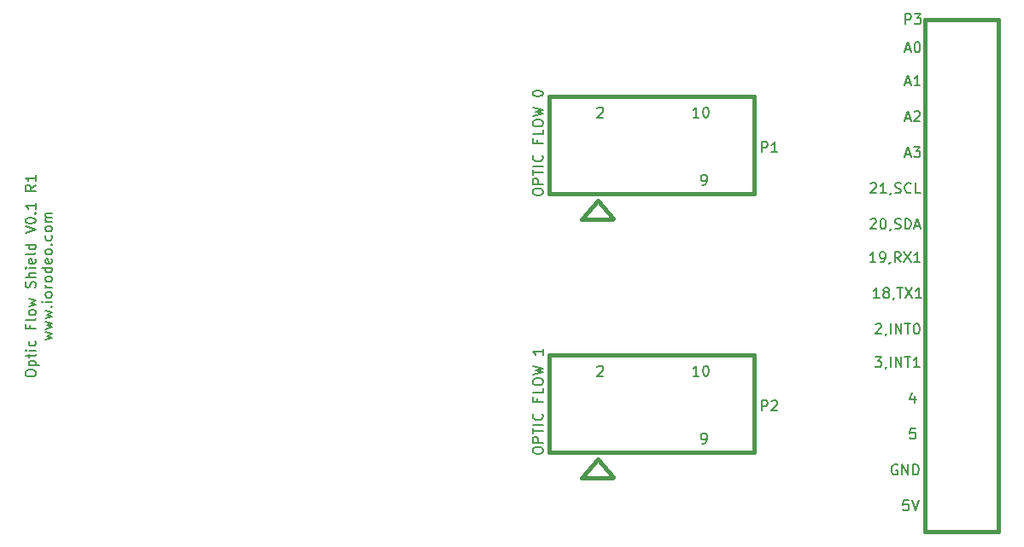
<source format=gto>
G04 (created by PCBNEW (2013-jul-07)-stable) date Wed 24 Jun 2015 12:25:48 PM PDT*
%MOIN*%
G04 Gerber Fmt 3.4, Leading zero omitted, Abs format*
%FSLAX34Y34*%
G01*
G70*
G90*
G04 APERTURE LIST*
%ADD10C,0.00590551*%
%ADD11C,0.008*%
%ADD12C,0.015*%
G04 APERTURE END LIST*
G54D10*
G54D11*
X84623Y-52361D02*
X84433Y-52361D01*
X84414Y-52552D01*
X84433Y-52533D01*
X84471Y-52514D01*
X84566Y-52514D01*
X84604Y-52533D01*
X84623Y-52552D01*
X84642Y-52590D01*
X84642Y-52685D01*
X84623Y-52723D01*
X84604Y-52742D01*
X84566Y-52761D01*
X84471Y-52761D01*
X84433Y-52742D01*
X84414Y-52723D01*
X84757Y-52361D02*
X84890Y-52761D01*
X85023Y-52361D01*
X84195Y-50980D02*
X84157Y-50961D01*
X84100Y-50961D01*
X84042Y-50980D01*
X84004Y-51019D01*
X83985Y-51057D01*
X83966Y-51133D01*
X83966Y-51190D01*
X83985Y-51266D01*
X84004Y-51304D01*
X84042Y-51342D01*
X84100Y-51361D01*
X84138Y-51361D01*
X84195Y-51342D01*
X84214Y-51323D01*
X84214Y-51190D01*
X84138Y-51190D01*
X84385Y-51361D02*
X84385Y-50961D01*
X84614Y-51361D01*
X84614Y-50961D01*
X84804Y-51361D02*
X84804Y-50961D01*
X84900Y-50961D01*
X84957Y-50980D01*
X84995Y-51019D01*
X85014Y-51057D01*
X85033Y-51133D01*
X85033Y-51190D01*
X85014Y-51266D01*
X84995Y-51304D01*
X84957Y-51342D01*
X84900Y-51361D01*
X84804Y-51361D01*
X84895Y-49561D02*
X84704Y-49561D01*
X84685Y-49752D01*
X84704Y-49733D01*
X84742Y-49714D01*
X84838Y-49714D01*
X84876Y-49733D01*
X84895Y-49752D01*
X84914Y-49790D01*
X84914Y-49885D01*
X84895Y-49923D01*
X84876Y-49942D01*
X84838Y-49961D01*
X84742Y-49961D01*
X84704Y-49942D01*
X84685Y-49923D01*
X84876Y-48295D02*
X84876Y-48561D01*
X84780Y-48142D02*
X84685Y-48428D01*
X84933Y-48428D01*
X83323Y-46761D02*
X83571Y-46761D01*
X83438Y-46914D01*
X83495Y-46914D01*
X83533Y-46933D01*
X83552Y-46952D01*
X83571Y-46990D01*
X83571Y-47085D01*
X83552Y-47123D01*
X83533Y-47142D01*
X83495Y-47161D01*
X83380Y-47161D01*
X83342Y-47142D01*
X83323Y-47123D01*
X83761Y-47142D02*
X83761Y-47161D01*
X83742Y-47200D01*
X83723Y-47219D01*
X83933Y-47161D02*
X83933Y-46761D01*
X84123Y-47161D02*
X84123Y-46761D01*
X84352Y-47161D01*
X84352Y-46761D01*
X84485Y-46761D02*
X84714Y-46761D01*
X84600Y-47161D02*
X84600Y-46761D01*
X85057Y-47161D02*
X84828Y-47161D01*
X84942Y-47161D02*
X84942Y-46761D01*
X84904Y-46819D01*
X84866Y-46857D01*
X84828Y-46876D01*
X83342Y-45500D02*
X83361Y-45480D01*
X83400Y-45461D01*
X83495Y-45461D01*
X83533Y-45480D01*
X83552Y-45500D01*
X83571Y-45538D01*
X83571Y-45576D01*
X83552Y-45633D01*
X83323Y-45861D01*
X83571Y-45861D01*
X83761Y-45842D02*
X83761Y-45861D01*
X83742Y-45900D01*
X83723Y-45919D01*
X83933Y-45861D02*
X83933Y-45461D01*
X84123Y-45861D02*
X84123Y-45461D01*
X84352Y-45861D01*
X84352Y-45461D01*
X84485Y-45461D02*
X84714Y-45461D01*
X84600Y-45861D02*
X84600Y-45461D01*
X84923Y-45461D02*
X84961Y-45461D01*
X85000Y-45480D01*
X85019Y-45500D01*
X85038Y-45538D01*
X85057Y-45614D01*
X85057Y-45709D01*
X85038Y-45785D01*
X85019Y-45823D01*
X85000Y-45842D01*
X84961Y-45861D01*
X84923Y-45861D01*
X84885Y-45842D01*
X84866Y-45823D01*
X84847Y-45785D01*
X84828Y-45709D01*
X84828Y-45614D01*
X84847Y-45538D01*
X84866Y-45500D01*
X84885Y-45480D01*
X84923Y-45461D01*
X83495Y-44461D02*
X83266Y-44461D01*
X83380Y-44461D02*
X83380Y-44061D01*
X83342Y-44119D01*
X83304Y-44157D01*
X83266Y-44176D01*
X83723Y-44233D02*
X83685Y-44214D01*
X83666Y-44195D01*
X83647Y-44157D01*
X83647Y-44138D01*
X83666Y-44100D01*
X83685Y-44080D01*
X83723Y-44061D01*
X83800Y-44061D01*
X83838Y-44080D01*
X83857Y-44100D01*
X83876Y-44138D01*
X83876Y-44157D01*
X83857Y-44195D01*
X83838Y-44214D01*
X83800Y-44233D01*
X83723Y-44233D01*
X83685Y-44252D01*
X83666Y-44271D01*
X83647Y-44309D01*
X83647Y-44385D01*
X83666Y-44423D01*
X83685Y-44442D01*
X83723Y-44461D01*
X83800Y-44461D01*
X83838Y-44442D01*
X83857Y-44423D01*
X83876Y-44385D01*
X83876Y-44309D01*
X83857Y-44271D01*
X83838Y-44252D01*
X83800Y-44233D01*
X84066Y-44442D02*
X84066Y-44461D01*
X84047Y-44500D01*
X84028Y-44519D01*
X84180Y-44061D02*
X84409Y-44061D01*
X84295Y-44461D02*
X84295Y-44061D01*
X84504Y-44061D02*
X84771Y-44461D01*
X84771Y-44061D02*
X84504Y-44461D01*
X85133Y-44461D02*
X84904Y-44461D01*
X85019Y-44461D02*
X85019Y-44061D01*
X84980Y-44119D01*
X84942Y-44157D01*
X84904Y-44176D01*
X83347Y-43061D02*
X83119Y-43061D01*
X83233Y-43061D02*
X83233Y-42661D01*
X83195Y-42719D01*
X83157Y-42757D01*
X83119Y-42776D01*
X83538Y-43061D02*
X83614Y-43061D01*
X83652Y-43042D01*
X83671Y-43023D01*
X83709Y-42966D01*
X83728Y-42890D01*
X83728Y-42738D01*
X83709Y-42700D01*
X83690Y-42680D01*
X83652Y-42661D01*
X83576Y-42661D01*
X83538Y-42680D01*
X83519Y-42700D01*
X83500Y-42738D01*
X83500Y-42833D01*
X83519Y-42871D01*
X83538Y-42890D01*
X83576Y-42909D01*
X83652Y-42909D01*
X83690Y-42890D01*
X83709Y-42871D01*
X83728Y-42833D01*
X83919Y-43042D02*
X83919Y-43061D01*
X83900Y-43100D01*
X83880Y-43119D01*
X84319Y-43061D02*
X84185Y-42871D01*
X84090Y-43061D02*
X84090Y-42661D01*
X84242Y-42661D01*
X84280Y-42680D01*
X84300Y-42700D01*
X84319Y-42738D01*
X84319Y-42795D01*
X84300Y-42833D01*
X84280Y-42852D01*
X84242Y-42871D01*
X84090Y-42871D01*
X84452Y-42661D02*
X84719Y-43061D01*
X84719Y-42661D02*
X84452Y-43061D01*
X85080Y-43061D02*
X84852Y-43061D01*
X84966Y-43061D02*
X84966Y-42661D01*
X84928Y-42719D01*
X84890Y-42757D01*
X84852Y-42776D01*
X83138Y-41400D02*
X83157Y-41380D01*
X83195Y-41361D01*
X83290Y-41361D01*
X83328Y-41380D01*
X83347Y-41400D01*
X83366Y-41438D01*
X83366Y-41476D01*
X83347Y-41533D01*
X83119Y-41761D01*
X83366Y-41761D01*
X83614Y-41361D02*
X83652Y-41361D01*
X83690Y-41380D01*
X83709Y-41400D01*
X83728Y-41438D01*
X83747Y-41514D01*
X83747Y-41609D01*
X83728Y-41685D01*
X83709Y-41723D01*
X83690Y-41742D01*
X83652Y-41761D01*
X83614Y-41761D01*
X83576Y-41742D01*
X83557Y-41723D01*
X83538Y-41685D01*
X83519Y-41609D01*
X83519Y-41514D01*
X83538Y-41438D01*
X83557Y-41400D01*
X83576Y-41380D01*
X83614Y-41361D01*
X83938Y-41742D02*
X83938Y-41761D01*
X83919Y-41800D01*
X83900Y-41819D01*
X84090Y-41742D02*
X84147Y-41761D01*
X84242Y-41761D01*
X84280Y-41742D01*
X84300Y-41723D01*
X84319Y-41685D01*
X84319Y-41647D01*
X84300Y-41609D01*
X84280Y-41590D01*
X84242Y-41571D01*
X84166Y-41552D01*
X84128Y-41533D01*
X84109Y-41514D01*
X84090Y-41476D01*
X84090Y-41438D01*
X84109Y-41400D01*
X84128Y-41380D01*
X84166Y-41361D01*
X84261Y-41361D01*
X84319Y-41380D01*
X84490Y-41761D02*
X84490Y-41361D01*
X84585Y-41361D01*
X84642Y-41380D01*
X84680Y-41419D01*
X84700Y-41457D01*
X84719Y-41533D01*
X84719Y-41590D01*
X84700Y-41666D01*
X84680Y-41704D01*
X84642Y-41742D01*
X84585Y-41761D01*
X84490Y-41761D01*
X84871Y-41647D02*
X85061Y-41647D01*
X84833Y-41761D02*
X84966Y-41361D01*
X85100Y-41761D01*
X83147Y-40000D02*
X83166Y-39980D01*
X83204Y-39961D01*
X83300Y-39961D01*
X83338Y-39980D01*
X83357Y-40000D01*
X83376Y-40038D01*
X83376Y-40076D01*
X83357Y-40133D01*
X83128Y-40361D01*
X83376Y-40361D01*
X83757Y-40361D02*
X83528Y-40361D01*
X83642Y-40361D02*
X83642Y-39961D01*
X83604Y-40019D01*
X83566Y-40057D01*
X83528Y-40076D01*
X83947Y-40342D02*
X83947Y-40361D01*
X83928Y-40400D01*
X83909Y-40419D01*
X84100Y-40342D02*
X84157Y-40361D01*
X84252Y-40361D01*
X84290Y-40342D01*
X84309Y-40323D01*
X84328Y-40285D01*
X84328Y-40247D01*
X84309Y-40209D01*
X84290Y-40190D01*
X84252Y-40171D01*
X84176Y-40152D01*
X84138Y-40133D01*
X84119Y-40114D01*
X84100Y-40076D01*
X84100Y-40038D01*
X84119Y-40000D01*
X84138Y-39980D01*
X84176Y-39961D01*
X84271Y-39961D01*
X84328Y-39980D01*
X84728Y-40323D02*
X84709Y-40342D01*
X84652Y-40361D01*
X84614Y-40361D01*
X84557Y-40342D01*
X84519Y-40304D01*
X84500Y-40266D01*
X84480Y-40190D01*
X84480Y-40133D01*
X84500Y-40057D01*
X84519Y-40019D01*
X84557Y-39980D01*
X84614Y-39961D01*
X84652Y-39961D01*
X84709Y-39980D01*
X84728Y-40000D01*
X85090Y-40361D02*
X84900Y-40361D01*
X84900Y-39961D01*
X84514Y-37447D02*
X84704Y-37447D01*
X84476Y-37561D02*
X84609Y-37161D01*
X84742Y-37561D01*
X84857Y-37200D02*
X84876Y-37180D01*
X84914Y-37161D01*
X85009Y-37161D01*
X85047Y-37180D01*
X85066Y-37200D01*
X85085Y-37238D01*
X85085Y-37276D01*
X85066Y-37333D01*
X84838Y-37561D01*
X85085Y-37561D01*
X84514Y-38847D02*
X84704Y-38847D01*
X84476Y-38961D02*
X84609Y-38561D01*
X84742Y-38961D01*
X84838Y-38561D02*
X85085Y-38561D01*
X84952Y-38714D01*
X85009Y-38714D01*
X85047Y-38733D01*
X85066Y-38752D01*
X85085Y-38790D01*
X85085Y-38885D01*
X85066Y-38923D01*
X85047Y-38942D01*
X85009Y-38961D01*
X84895Y-38961D01*
X84857Y-38942D01*
X84838Y-38923D01*
X84514Y-36047D02*
X84704Y-36047D01*
X84476Y-36161D02*
X84609Y-35761D01*
X84742Y-36161D01*
X85085Y-36161D02*
X84857Y-36161D01*
X84971Y-36161D02*
X84971Y-35761D01*
X84933Y-35819D01*
X84895Y-35857D01*
X84857Y-35876D01*
X84514Y-34747D02*
X84704Y-34747D01*
X84476Y-34861D02*
X84609Y-34461D01*
X84742Y-34861D01*
X84952Y-34461D02*
X84990Y-34461D01*
X85028Y-34480D01*
X85047Y-34500D01*
X85066Y-34538D01*
X85085Y-34614D01*
X85085Y-34709D01*
X85066Y-34785D01*
X85047Y-34823D01*
X85028Y-34842D01*
X84990Y-34861D01*
X84952Y-34861D01*
X84914Y-34842D01*
X84895Y-34823D01*
X84876Y-34785D01*
X84857Y-34709D01*
X84857Y-34614D01*
X84876Y-34538D01*
X84895Y-34500D01*
X84914Y-34480D01*
X84952Y-34461D01*
X50161Y-47438D02*
X50161Y-47361D01*
X50180Y-47323D01*
X50219Y-47285D01*
X50295Y-47266D01*
X50428Y-47266D01*
X50504Y-47285D01*
X50542Y-47323D01*
X50561Y-47361D01*
X50561Y-47438D01*
X50542Y-47476D01*
X50504Y-47514D01*
X50428Y-47533D01*
X50295Y-47533D01*
X50219Y-47514D01*
X50180Y-47476D01*
X50161Y-47438D01*
X50295Y-47095D02*
X50695Y-47095D01*
X50314Y-47095D02*
X50295Y-47057D01*
X50295Y-46980D01*
X50314Y-46942D01*
X50333Y-46923D01*
X50371Y-46904D01*
X50485Y-46904D01*
X50523Y-46923D01*
X50542Y-46942D01*
X50561Y-46980D01*
X50561Y-47057D01*
X50542Y-47095D01*
X50295Y-46790D02*
X50295Y-46638D01*
X50161Y-46733D02*
X50504Y-46733D01*
X50542Y-46714D01*
X50561Y-46676D01*
X50561Y-46638D01*
X50561Y-46504D02*
X50295Y-46504D01*
X50161Y-46504D02*
X50180Y-46523D01*
X50200Y-46504D01*
X50180Y-46485D01*
X50161Y-46504D01*
X50200Y-46504D01*
X50542Y-46142D02*
X50561Y-46180D01*
X50561Y-46257D01*
X50542Y-46295D01*
X50523Y-46314D01*
X50485Y-46333D01*
X50371Y-46333D01*
X50333Y-46314D01*
X50314Y-46295D01*
X50295Y-46257D01*
X50295Y-46180D01*
X50314Y-46142D01*
X50352Y-45533D02*
X50352Y-45666D01*
X50561Y-45666D02*
X50161Y-45666D01*
X50161Y-45476D01*
X50561Y-45266D02*
X50542Y-45304D01*
X50504Y-45323D01*
X50161Y-45323D01*
X50561Y-45057D02*
X50542Y-45095D01*
X50523Y-45114D01*
X50485Y-45133D01*
X50371Y-45133D01*
X50333Y-45114D01*
X50314Y-45095D01*
X50295Y-45057D01*
X50295Y-45000D01*
X50314Y-44961D01*
X50333Y-44942D01*
X50371Y-44923D01*
X50485Y-44923D01*
X50523Y-44942D01*
X50542Y-44961D01*
X50561Y-45000D01*
X50561Y-45057D01*
X50295Y-44790D02*
X50561Y-44714D01*
X50371Y-44638D01*
X50561Y-44561D01*
X50295Y-44485D01*
X50542Y-44047D02*
X50561Y-43990D01*
X50561Y-43895D01*
X50542Y-43857D01*
X50523Y-43838D01*
X50485Y-43819D01*
X50447Y-43819D01*
X50409Y-43838D01*
X50390Y-43857D01*
X50371Y-43895D01*
X50352Y-43971D01*
X50333Y-44009D01*
X50314Y-44028D01*
X50276Y-44047D01*
X50238Y-44047D01*
X50200Y-44028D01*
X50180Y-44009D01*
X50161Y-43971D01*
X50161Y-43876D01*
X50180Y-43819D01*
X50561Y-43647D02*
X50161Y-43647D01*
X50561Y-43476D02*
X50352Y-43476D01*
X50314Y-43495D01*
X50295Y-43533D01*
X50295Y-43590D01*
X50314Y-43628D01*
X50333Y-43647D01*
X50561Y-43285D02*
X50295Y-43285D01*
X50161Y-43285D02*
X50180Y-43304D01*
X50200Y-43285D01*
X50180Y-43266D01*
X50161Y-43285D01*
X50200Y-43285D01*
X50542Y-42942D02*
X50561Y-42980D01*
X50561Y-43057D01*
X50542Y-43095D01*
X50504Y-43114D01*
X50352Y-43114D01*
X50314Y-43095D01*
X50295Y-43057D01*
X50295Y-42980D01*
X50314Y-42942D01*
X50352Y-42923D01*
X50390Y-42923D01*
X50428Y-43114D01*
X50561Y-42695D02*
X50542Y-42733D01*
X50504Y-42752D01*
X50161Y-42752D01*
X50561Y-42371D02*
X50161Y-42371D01*
X50542Y-42371D02*
X50561Y-42409D01*
X50561Y-42485D01*
X50542Y-42523D01*
X50523Y-42542D01*
X50485Y-42561D01*
X50371Y-42561D01*
X50333Y-42542D01*
X50314Y-42523D01*
X50295Y-42485D01*
X50295Y-42409D01*
X50314Y-42371D01*
X50161Y-41933D02*
X50561Y-41800D01*
X50161Y-41666D01*
X50161Y-41457D02*
X50161Y-41419D01*
X50180Y-41380D01*
X50200Y-41361D01*
X50238Y-41342D01*
X50314Y-41323D01*
X50409Y-41323D01*
X50485Y-41342D01*
X50523Y-41361D01*
X50542Y-41380D01*
X50561Y-41419D01*
X50561Y-41457D01*
X50542Y-41495D01*
X50523Y-41514D01*
X50485Y-41533D01*
X50409Y-41552D01*
X50314Y-41552D01*
X50238Y-41533D01*
X50200Y-41514D01*
X50180Y-41495D01*
X50161Y-41457D01*
X50523Y-41152D02*
X50542Y-41133D01*
X50561Y-41152D01*
X50542Y-41171D01*
X50523Y-41152D01*
X50561Y-41152D01*
X50561Y-40752D02*
X50561Y-40980D01*
X50561Y-40866D02*
X50161Y-40866D01*
X50219Y-40904D01*
X50257Y-40942D01*
X50276Y-40980D01*
X50561Y-40047D02*
X50371Y-40180D01*
X50561Y-40276D02*
X50161Y-40276D01*
X50161Y-40123D01*
X50180Y-40085D01*
X50200Y-40066D01*
X50238Y-40047D01*
X50295Y-40047D01*
X50333Y-40066D01*
X50352Y-40085D01*
X50371Y-40123D01*
X50371Y-40276D01*
X50561Y-39666D02*
X50561Y-39895D01*
X50561Y-39780D02*
X50161Y-39780D01*
X50219Y-39819D01*
X50257Y-39857D01*
X50276Y-39895D01*
X50935Y-46095D02*
X51201Y-46019D01*
X51011Y-45942D01*
X51201Y-45866D01*
X50935Y-45790D01*
X50935Y-45676D02*
X51201Y-45600D01*
X51011Y-45523D01*
X51201Y-45447D01*
X50935Y-45371D01*
X50935Y-45257D02*
X51201Y-45180D01*
X51011Y-45104D01*
X51201Y-45028D01*
X50935Y-44952D01*
X51163Y-44800D02*
X51182Y-44780D01*
X51201Y-44800D01*
X51182Y-44819D01*
X51163Y-44800D01*
X51201Y-44800D01*
X51201Y-44609D02*
X50935Y-44609D01*
X50801Y-44609D02*
X50820Y-44628D01*
X50840Y-44609D01*
X50820Y-44590D01*
X50801Y-44609D01*
X50840Y-44609D01*
X51201Y-44361D02*
X51182Y-44399D01*
X51163Y-44419D01*
X51125Y-44438D01*
X51011Y-44438D01*
X50973Y-44419D01*
X50954Y-44399D01*
X50935Y-44361D01*
X50935Y-44304D01*
X50954Y-44266D01*
X50973Y-44247D01*
X51011Y-44228D01*
X51125Y-44228D01*
X51163Y-44247D01*
X51182Y-44266D01*
X51201Y-44304D01*
X51201Y-44361D01*
X51201Y-44057D02*
X50935Y-44057D01*
X51011Y-44057D02*
X50973Y-44038D01*
X50954Y-44019D01*
X50935Y-43980D01*
X50935Y-43942D01*
X51201Y-43752D02*
X51182Y-43790D01*
X51163Y-43809D01*
X51125Y-43828D01*
X51011Y-43828D01*
X50973Y-43809D01*
X50954Y-43790D01*
X50935Y-43752D01*
X50935Y-43695D01*
X50954Y-43657D01*
X50973Y-43638D01*
X51011Y-43619D01*
X51125Y-43619D01*
X51163Y-43638D01*
X51182Y-43657D01*
X51201Y-43695D01*
X51201Y-43752D01*
X51201Y-43276D02*
X50801Y-43276D01*
X51182Y-43276D02*
X51201Y-43314D01*
X51201Y-43390D01*
X51182Y-43428D01*
X51163Y-43447D01*
X51125Y-43466D01*
X51011Y-43466D01*
X50973Y-43447D01*
X50954Y-43428D01*
X50935Y-43390D01*
X50935Y-43314D01*
X50954Y-43276D01*
X51182Y-42933D02*
X51201Y-42971D01*
X51201Y-43047D01*
X51182Y-43085D01*
X51144Y-43104D01*
X50992Y-43104D01*
X50954Y-43085D01*
X50935Y-43047D01*
X50935Y-42971D01*
X50954Y-42933D01*
X50992Y-42914D01*
X51030Y-42914D01*
X51068Y-43104D01*
X51201Y-42685D02*
X51182Y-42723D01*
X51163Y-42742D01*
X51125Y-42761D01*
X51011Y-42761D01*
X50973Y-42742D01*
X50954Y-42723D01*
X50935Y-42685D01*
X50935Y-42628D01*
X50954Y-42590D01*
X50973Y-42571D01*
X51011Y-42552D01*
X51125Y-42552D01*
X51163Y-42571D01*
X51182Y-42590D01*
X51201Y-42628D01*
X51201Y-42685D01*
X51163Y-42380D02*
X51182Y-42361D01*
X51201Y-42380D01*
X51182Y-42400D01*
X51163Y-42380D01*
X51201Y-42380D01*
X51182Y-42019D02*
X51201Y-42057D01*
X51201Y-42133D01*
X51182Y-42171D01*
X51163Y-42190D01*
X51125Y-42209D01*
X51011Y-42209D01*
X50973Y-42190D01*
X50954Y-42171D01*
X50935Y-42133D01*
X50935Y-42057D01*
X50954Y-42019D01*
X51201Y-41790D02*
X51182Y-41828D01*
X51163Y-41847D01*
X51125Y-41866D01*
X51011Y-41866D01*
X50973Y-41847D01*
X50954Y-41828D01*
X50935Y-41790D01*
X50935Y-41733D01*
X50954Y-41695D01*
X50973Y-41676D01*
X51011Y-41657D01*
X51125Y-41657D01*
X51163Y-41676D01*
X51182Y-41695D01*
X51201Y-41733D01*
X51201Y-41790D01*
X51201Y-41485D02*
X50935Y-41485D01*
X50973Y-41485D02*
X50954Y-41466D01*
X50935Y-41428D01*
X50935Y-41371D01*
X50954Y-41333D01*
X50992Y-41314D01*
X51201Y-41314D01*
X50992Y-41314D02*
X50954Y-41295D01*
X50935Y-41257D01*
X50935Y-41200D01*
X50954Y-41161D01*
X50992Y-41142D01*
X51201Y-41142D01*
G54D12*
X85275Y-53600D02*
X88125Y-53600D01*
X88125Y-53600D02*
X88125Y-33600D01*
X88125Y-33600D02*
X85275Y-33600D01*
X85275Y-53600D02*
X85275Y-33600D01*
X70600Y-36600D02*
X78600Y-36600D01*
X78600Y-36600D02*
X78600Y-40400D01*
X78600Y-40400D02*
X70600Y-40400D01*
X70600Y-40400D02*
X70600Y-36600D01*
X71883Y-41374D02*
X73065Y-41374D01*
X72488Y-40661D02*
X71888Y-41361D01*
X73088Y-41360D02*
X72488Y-40660D01*
X70600Y-46700D02*
X78600Y-46700D01*
X78600Y-46700D02*
X78600Y-50500D01*
X78600Y-50500D02*
X70600Y-50500D01*
X70600Y-50500D02*
X70600Y-46700D01*
X71883Y-51474D02*
X73065Y-51474D01*
X72488Y-50761D02*
X71888Y-51461D01*
X73088Y-51460D02*
X72488Y-50760D01*
G54D11*
X84504Y-33761D02*
X84504Y-33361D01*
X84657Y-33361D01*
X84695Y-33380D01*
X84714Y-33400D01*
X84733Y-33438D01*
X84733Y-33495D01*
X84714Y-33533D01*
X84695Y-33552D01*
X84657Y-33571D01*
X84504Y-33571D01*
X84866Y-33361D02*
X85114Y-33361D01*
X84980Y-33514D01*
X85038Y-33514D01*
X85076Y-33533D01*
X85095Y-33552D01*
X85114Y-33590D01*
X85114Y-33685D01*
X85095Y-33723D01*
X85076Y-33742D01*
X85038Y-33761D01*
X84923Y-33761D01*
X84885Y-33742D01*
X84866Y-33723D01*
X78904Y-38761D02*
X78904Y-38361D01*
X79057Y-38361D01*
X79095Y-38380D01*
X79114Y-38400D01*
X79133Y-38438D01*
X79133Y-38495D01*
X79114Y-38533D01*
X79095Y-38552D01*
X79057Y-38571D01*
X78904Y-38571D01*
X79514Y-38761D02*
X79285Y-38761D01*
X79400Y-38761D02*
X79400Y-38361D01*
X79361Y-38419D01*
X79323Y-38457D01*
X79285Y-38476D01*
X69961Y-40352D02*
X69961Y-40276D01*
X69980Y-40238D01*
X70019Y-40200D01*
X70095Y-40180D01*
X70228Y-40180D01*
X70304Y-40200D01*
X70342Y-40238D01*
X70361Y-40276D01*
X70361Y-40352D01*
X70342Y-40390D01*
X70304Y-40428D01*
X70228Y-40447D01*
X70095Y-40447D01*
X70019Y-40428D01*
X69980Y-40390D01*
X69961Y-40352D01*
X70361Y-40009D02*
X69961Y-40009D01*
X69961Y-39857D01*
X69980Y-39819D01*
X70000Y-39800D01*
X70038Y-39780D01*
X70095Y-39780D01*
X70133Y-39800D01*
X70152Y-39819D01*
X70171Y-39857D01*
X70171Y-40009D01*
X69961Y-39666D02*
X69961Y-39438D01*
X70361Y-39552D02*
X69961Y-39552D01*
X70361Y-39304D02*
X69961Y-39304D01*
X70323Y-38885D02*
X70342Y-38904D01*
X70361Y-38961D01*
X70361Y-39000D01*
X70342Y-39057D01*
X70304Y-39095D01*
X70266Y-39114D01*
X70190Y-39133D01*
X70133Y-39133D01*
X70057Y-39114D01*
X70019Y-39095D01*
X69980Y-39057D01*
X69961Y-39000D01*
X69961Y-38961D01*
X69980Y-38904D01*
X70000Y-38885D01*
X70152Y-38276D02*
X70152Y-38409D01*
X70361Y-38409D02*
X69961Y-38409D01*
X69961Y-38219D01*
X70361Y-37876D02*
X70361Y-38066D01*
X69961Y-38066D01*
X69961Y-37666D02*
X69961Y-37590D01*
X69980Y-37552D01*
X70019Y-37514D01*
X70095Y-37495D01*
X70228Y-37495D01*
X70304Y-37514D01*
X70342Y-37552D01*
X70361Y-37590D01*
X70361Y-37666D01*
X70342Y-37704D01*
X70304Y-37742D01*
X70228Y-37761D01*
X70095Y-37761D01*
X70019Y-37742D01*
X69980Y-37704D01*
X69961Y-37666D01*
X69961Y-37361D02*
X70361Y-37266D01*
X70076Y-37190D01*
X70361Y-37114D01*
X69961Y-37019D01*
X69961Y-36485D02*
X69961Y-36447D01*
X69980Y-36409D01*
X70000Y-36390D01*
X70038Y-36371D01*
X70114Y-36352D01*
X70209Y-36352D01*
X70285Y-36371D01*
X70323Y-36390D01*
X70342Y-36409D01*
X70361Y-36447D01*
X70361Y-36485D01*
X70342Y-36523D01*
X70323Y-36542D01*
X70285Y-36561D01*
X70209Y-36580D01*
X70114Y-36580D01*
X70038Y-36561D01*
X70000Y-36542D01*
X69980Y-36523D01*
X69961Y-36485D01*
X76452Y-37401D02*
X76224Y-37401D01*
X76338Y-37401D02*
X76338Y-37001D01*
X76300Y-37059D01*
X76262Y-37097D01*
X76224Y-37116D01*
X76700Y-37001D02*
X76738Y-37001D01*
X76776Y-37020D01*
X76795Y-37040D01*
X76814Y-37078D01*
X76833Y-37154D01*
X76833Y-37249D01*
X76814Y-37325D01*
X76795Y-37363D01*
X76776Y-37382D01*
X76738Y-37401D01*
X76700Y-37401D01*
X76662Y-37382D01*
X76643Y-37363D01*
X76624Y-37325D01*
X76605Y-37249D01*
X76605Y-37154D01*
X76624Y-37078D01*
X76643Y-37040D01*
X76662Y-37020D01*
X76700Y-37001D01*
X76570Y-40039D02*
X76647Y-40039D01*
X76685Y-40020D01*
X76704Y-40001D01*
X76742Y-39944D01*
X76761Y-39868D01*
X76761Y-39716D01*
X76742Y-39678D01*
X76723Y-39658D01*
X76685Y-39639D01*
X76608Y-39639D01*
X76570Y-39658D01*
X76551Y-39678D01*
X76532Y-39716D01*
X76532Y-39811D01*
X76551Y-39849D01*
X76570Y-39868D01*
X76608Y-39887D01*
X76685Y-39887D01*
X76723Y-39868D01*
X76742Y-39849D01*
X76761Y-39811D01*
X72477Y-37040D02*
X72496Y-37020D01*
X72534Y-37001D01*
X72630Y-37001D01*
X72668Y-37020D01*
X72687Y-37040D01*
X72706Y-37078D01*
X72706Y-37116D01*
X72687Y-37173D01*
X72458Y-37401D01*
X72706Y-37401D01*
X78904Y-48861D02*
X78904Y-48461D01*
X79057Y-48461D01*
X79095Y-48480D01*
X79114Y-48500D01*
X79133Y-48538D01*
X79133Y-48595D01*
X79114Y-48633D01*
X79095Y-48652D01*
X79057Y-48671D01*
X78904Y-48671D01*
X79285Y-48500D02*
X79304Y-48480D01*
X79342Y-48461D01*
X79438Y-48461D01*
X79476Y-48480D01*
X79495Y-48500D01*
X79514Y-48538D01*
X79514Y-48576D01*
X79495Y-48633D01*
X79266Y-48861D01*
X79514Y-48861D01*
X69961Y-50452D02*
X69961Y-50376D01*
X69980Y-50338D01*
X70019Y-50300D01*
X70095Y-50280D01*
X70228Y-50280D01*
X70304Y-50300D01*
X70342Y-50338D01*
X70361Y-50376D01*
X70361Y-50452D01*
X70342Y-50490D01*
X70304Y-50528D01*
X70228Y-50547D01*
X70095Y-50547D01*
X70019Y-50528D01*
X69980Y-50490D01*
X69961Y-50452D01*
X70361Y-50109D02*
X69961Y-50109D01*
X69961Y-49957D01*
X69980Y-49919D01*
X70000Y-49900D01*
X70038Y-49880D01*
X70095Y-49880D01*
X70133Y-49900D01*
X70152Y-49919D01*
X70171Y-49957D01*
X70171Y-50109D01*
X69961Y-49766D02*
X69961Y-49538D01*
X70361Y-49652D02*
X69961Y-49652D01*
X70361Y-49404D02*
X69961Y-49404D01*
X70323Y-48985D02*
X70342Y-49004D01*
X70361Y-49061D01*
X70361Y-49100D01*
X70342Y-49157D01*
X70304Y-49195D01*
X70266Y-49214D01*
X70190Y-49233D01*
X70133Y-49233D01*
X70057Y-49214D01*
X70019Y-49195D01*
X69980Y-49157D01*
X69961Y-49100D01*
X69961Y-49061D01*
X69980Y-49004D01*
X70000Y-48985D01*
X70152Y-48376D02*
X70152Y-48509D01*
X70361Y-48509D02*
X69961Y-48509D01*
X69961Y-48319D01*
X70361Y-47976D02*
X70361Y-48166D01*
X69961Y-48166D01*
X69961Y-47766D02*
X69961Y-47690D01*
X69980Y-47652D01*
X70019Y-47614D01*
X70095Y-47595D01*
X70228Y-47595D01*
X70304Y-47614D01*
X70342Y-47652D01*
X70361Y-47690D01*
X70361Y-47766D01*
X70342Y-47804D01*
X70304Y-47842D01*
X70228Y-47861D01*
X70095Y-47861D01*
X70019Y-47842D01*
X69980Y-47804D01*
X69961Y-47766D01*
X69961Y-47461D02*
X70361Y-47366D01*
X70076Y-47290D01*
X70361Y-47214D01*
X69961Y-47119D01*
X70361Y-46452D02*
X70361Y-46680D01*
X70361Y-46566D02*
X69961Y-46566D01*
X70019Y-46604D01*
X70057Y-46642D01*
X70076Y-46680D01*
X76452Y-47501D02*
X76224Y-47501D01*
X76338Y-47501D02*
X76338Y-47101D01*
X76300Y-47159D01*
X76262Y-47197D01*
X76224Y-47216D01*
X76700Y-47101D02*
X76738Y-47101D01*
X76776Y-47120D01*
X76795Y-47140D01*
X76814Y-47178D01*
X76833Y-47254D01*
X76833Y-47349D01*
X76814Y-47425D01*
X76795Y-47463D01*
X76776Y-47482D01*
X76738Y-47501D01*
X76700Y-47501D01*
X76662Y-47482D01*
X76643Y-47463D01*
X76624Y-47425D01*
X76605Y-47349D01*
X76605Y-47254D01*
X76624Y-47178D01*
X76643Y-47140D01*
X76662Y-47120D01*
X76700Y-47101D01*
X76570Y-50139D02*
X76647Y-50139D01*
X76685Y-50120D01*
X76704Y-50101D01*
X76742Y-50044D01*
X76761Y-49968D01*
X76761Y-49816D01*
X76742Y-49778D01*
X76723Y-49758D01*
X76685Y-49739D01*
X76608Y-49739D01*
X76570Y-49758D01*
X76551Y-49778D01*
X76532Y-49816D01*
X76532Y-49911D01*
X76551Y-49949D01*
X76570Y-49968D01*
X76608Y-49987D01*
X76685Y-49987D01*
X76723Y-49968D01*
X76742Y-49949D01*
X76761Y-49911D01*
X72477Y-47140D02*
X72496Y-47120D01*
X72534Y-47101D01*
X72630Y-47101D01*
X72668Y-47120D01*
X72687Y-47140D01*
X72706Y-47178D01*
X72706Y-47216D01*
X72687Y-47273D01*
X72458Y-47501D01*
X72706Y-47501D01*
M02*

</source>
